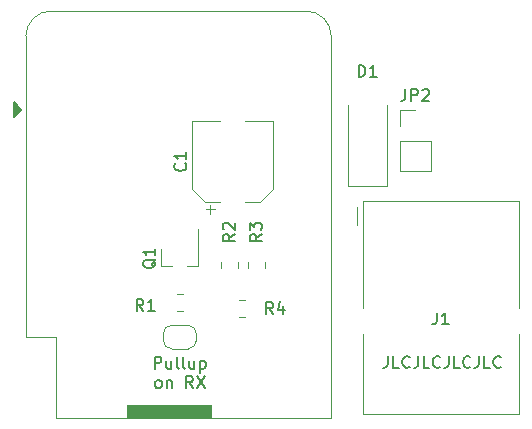
<source format=gbr>
%TF.GenerationSoftware,KiCad,Pcbnew,(5.1.9)-1*%
%TF.CreationDate,2021-10-26T11:54:14+02:00*%
%TF.ProjectId,DSMR-esp,44534d52-2d65-4737-902e-6b696361645f,rev?*%
%TF.SameCoordinates,Original*%
%TF.FileFunction,Legend,Top*%
%TF.FilePolarity,Positive*%
%FSLAX46Y46*%
G04 Gerber Fmt 4.6, Leading zero omitted, Abs format (unit mm)*
G04 Created by KiCad (PCBNEW (5.1.9)-1) date 2021-10-26 11:54:14*
%MOMM*%
%LPD*%
G01*
G04 APERTURE LIST*
%ADD10C,0.200000*%
%ADD11C,0.150000*%
%ADD12C,0.100000*%
%ADD13C,0.120000*%
G04 APERTURE END LIST*
D10*
X59642952Y-54570380D02*
X59642952Y-55284666D01*
X59595333Y-55427523D01*
X59500095Y-55522761D01*
X59357238Y-55570380D01*
X59262000Y-55570380D01*
X60595333Y-55570380D02*
X60119142Y-55570380D01*
X60119142Y-54570380D01*
X61500095Y-55475142D02*
X61452476Y-55522761D01*
X61309619Y-55570380D01*
X61214380Y-55570380D01*
X61071523Y-55522761D01*
X60976285Y-55427523D01*
X60928666Y-55332285D01*
X60881047Y-55141809D01*
X60881047Y-54998952D01*
X60928666Y-54808476D01*
X60976285Y-54713238D01*
X61071523Y-54618000D01*
X61214380Y-54570380D01*
X61309619Y-54570380D01*
X61452476Y-54618000D01*
X61500095Y-54665619D01*
X62214380Y-54570380D02*
X62214380Y-55284666D01*
X62166761Y-55427523D01*
X62071523Y-55522761D01*
X61928666Y-55570380D01*
X61833428Y-55570380D01*
X63166761Y-55570380D02*
X62690571Y-55570380D01*
X62690571Y-54570380D01*
X64071523Y-55475142D02*
X64023904Y-55522761D01*
X63881047Y-55570380D01*
X63785809Y-55570380D01*
X63642952Y-55522761D01*
X63547714Y-55427523D01*
X63500095Y-55332285D01*
X63452476Y-55141809D01*
X63452476Y-54998952D01*
X63500095Y-54808476D01*
X63547714Y-54713238D01*
X63642952Y-54618000D01*
X63785809Y-54570380D01*
X63881047Y-54570380D01*
X64023904Y-54618000D01*
X64071523Y-54665619D01*
X64785809Y-54570380D02*
X64785809Y-55284666D01*
X64738190Y-55427523D01*
X64642952Y-55522761D01*
X64500095Y-55570380D01*
X64404857Y-55570380D01*
X65738190Y-55570380D02*
X65262000Y-55570380D01*
X65262000Y-54570380D01*
X66642952Y-55475142D02*
X66595333Y-55522761D01*
X66452476Y-55570380D01*
X66357238Y-55570380D01*
X66214380Y-55522761D01*
X66119142Y-55427523D01*
X66071523Y-55332285D01*
X66023904Y-55141809D01*
X66023904Y-54998952D01*
X66071523Y-54808476D01*
X66119142Y-54713238D01*
X66214380Y-54618000D01*
X66357238Y-54570380D01*
X66452476Y-54570380D01*
X66595333Y-54618000D01*
X66642952Y-54665619D01*
X67357238Y-54570380D02*
X67357238Y-55284666D01*
X67309619Y-55427523D01*
X67214380Y-55522761D01*
X67071523Y-55570380D01*
X66976285Y-55570380D01*
X68309619Y-55570380D02*
X67833428Y-55570380D01*
X67833428Y-54570380D01*
X69214380Y-55475142D02*
X69166761Y-55522761D01*
X69023904Y-55570380D01*
X68928666Y-55570380D01*
X68785809Y-55522761D01*
X68690571Y-55427523D01*
X68642952Y-55332285D01*
X68595333Y-55141809D01*
X68595333Y-54998952D01*
X68642952Y-54808476D01*
X68690571Y-54713238D01*
X68785809Y-54618000D01*
X68928666Y-54570380D01*
X69023904Y-54570380D01*
X69166761Y-54618000D01*
X69214380Y-54665619D01*
D11*
X39894142Y-55634380D02*
X39894142Y-54634380D01*
X40275095Y-54634380D01*
X40370333Y-54682000D01*
X40417952Y-54729619D01*
X40465571Y-54824857D01*
X40465571Y-54967714D01*
X40417952Y-55062952D01*
X40370333Y-55110571D01*
X40275095Y-55158190D01*
X39894142Y-55158190D01*
X41322714Y-54967714D02*
X41322714Y-55634380D01*
X40894142Y-54967714D02*
X40894142Y-55491523D01*
X40941761Y-55586761D01*
X41037000Y-55634380D01*
X41179857Y-55634380D01*
X41275095Y-55586761D01*
X41322714Y-55539142D01*
X41941761Y-55634380D02*
X41846523Y-55586761D01*
X41798904Y-55491523D01*
X41798904Y-54634380D01*
X42465571Y-55634380D02*
X42370333Y-55586761D01*
X42322714Y-55491523D01*
X42322714Y-54634380D01*
X43275095Y-54967714D02*
X43275095Y-55634380D01*
X42846523Y-54967714D02*
X42846523Y-55491523D01*
X42894142Y-55586761D01*
X42989380Y-55634380D01*
X43132238Y-55634380D01*
X43227476Y-55586761D01*
X43275095Y-55539142D01*
X43751285Y-54967714D02*
X43751285Y-55967714D01*
X43751285Y-55015333D02*
X43846523Y-54967714D01*
X44037000Y-54967714D01*
X44132238Y-55015333D01*
X44179857Y-55062952D01*
X44227476Y-55158190D01*
X44227476Y-55443904D01*
X44179857Y-55539142D01*
X44132238Y-55586761D01*
X44037000Y-55634380D01*
X43846523Y-55634380D01*
X43751285Y-55586761D01*
X40156047Y-57284380D02*
X40060809Y-57236761D01*
X40013190Y-57189142D01*
X39965571Y-57093904D01*
X39965571Y-56808190D01*
X40013190Y-56712952D01*
X40060809Y-56665333D01*
X40156047Y-56617714D01*
X40298904Y-56617714D01*
X40394142Y-56665333D01*
X40441761Y-56712952D01*
X40489380Y-56808190D01*
X40489380Y-57093904D01*
X40441761Y-57189142D01*
X40394142Y-57236761D01*
X40298904Y-57284380D01*
X40156047Y-57284380D01*
X40917952Y-56617714D02*
X40917952Y-57284380D01*
X40917952Y-56712952D02*
X40965571Y-56665333D01*
X41060809Y-56617714D01*
X41203666Y-56617714D01*
X41298904Y-56665333D01*
X41346523Y-56760571D01*
X41346523Y-57284380D01*
X43156047Y-57284380D02*
X42822714Y-56808190D01*
X42584619Y-57284380D02*
X42584619Y-56284380D01*
X42965571Y-56284380D01*
X43060809Y-56332000D01*
X43108428Y-56379619D01*
X43156047Y-56474857D01*
X43156047Y-56617714D01*
X43108428Y-56712952D01*
X43060809Y-56760571D01*
X42965571Y-56808190D01*
X42584619Y-56808190D01*
X43489380Y-56284380D02*
X44156047Y-57284380D01*
X44156047Y-56284380D02*
X43489380Y-57284380D01*
D12*
G36*
X44704000Y-59817000D02*
G01*
X37592000Y-59817000D01*
X37592000Y-58674000D01*
X44704000Y-58674000D01*
X44704000Y-59817000D01*
G37*
X44704000Y-59817000D02*
X37592000Y-59817000D01*
X37592000Y-58674000D01*
X44704000Y-58674000D01*
X44704000Y-59817000D01*
D13*
%TO.C,JP2*%
X60646000Y-38922000D02*
X63306000Y-38922000D01*
X60646000Y-36322000D02*
X60646000Y-38922000D01*
X63306000Y-36322000D02*
X63306000Y-38922000D01*
X60646000Y-36322000D02*
X63306000Y-36322000D01*
X60646000Y-35052000D02*
X60646000Y-33722000D01*
X60646000Y-33722000D02*
X61976000Y-33722000D01*
%TO.C,Q1*%
X40457000Y-46988000D02*
X40457000Y-45528000D01*
X43617000Y-46988000D02*
X43617000Y-43828000D01*
X43617000Y-46988000D02*
X42687000Y-46988000D01*
X40457000Y-46988000D02*
X41387000Y-46988000D01*
%TO.C,D1*%
X56262000Y-40214000D02*
X56262000Y-33314000D01*
X59562000Y-40214000D02*
X59562000Y-33314000D01*
X56262000Y-40214000D02*
X59562000Y-40214000D01*
%TO.C,R4*%
X47568752Y-51256000D02*
X47046248Y-51256000D01*
X47568752Y-49836000D02*
X47046248Y-49836000D01*
%TO.C,C1*%
X49892000Y-34690000D02*
X47542000Y-34690000D01*
X43072000Y-34690000D02*
X45422000Y-34690000D01*
X43072000Y-40445563D02*
X43072000Y-34690000D01*
X49892000Y-40445563D02*
X49892000Y-34690000D01*
X48827563Y-41510000D02*
X47542000Y-41510000D01*
X44136437Y-41510000D02*
X45422000Y-41510000D01*
X44136437Y-41510000D02*
X43072000Y-40445563D01*
X48827563Y-41510000D02*
X49892000Y-40445563D01*
X44634500Y-42537500D02*
X44634500Y-41750000D01*
X44240750Y-42143750D02*
X45028250Y-42143750D01*
%TO.C,U1*%
X31541000Y-59822000D02*
X54861000Y-59822000D01*
X29001000Y-52922000D02*
X29001000Y-27492000D01*
X54861000Y-59822000D02*
X54861000Y-27492000D01*
X52741000Y-25362000D02*
X31131000Y-25362000D01*
D11*
G36*
X27961000Y-33067000D02*
G01*
X27961000Y-34337000D01*
X28596000Y-33702000D01*
X27961000Y-33067000D01*
G37*
X27961000Y-33067000D02*
X27961000Y-34337000D01*
X28596000Y-33702000D01*
X27961000Y-33067000D01*
D13*
X29001000Y-52922000D02*
X31541000Y-52922000D01*
X31541000Y-52922000D02*
X31541000Y-59822000D01*
X52731000Y-25362000D02*
G75*
G02*
X54861000Y-27492000I0J-2130000D01*
G01*
X29001000Y-27492000D02*
G75*
G02*
X31131000Y-25362000I2130000J0D01*
G01*
%TO.C,R3*%
X49224000Y-46601748D02*
X49224000Y-47124252D01*
X47804000Y-46601748D02*
X47804000Y-47124252D01*
%TO.C,R2*%
X46938000Y-46601748D02*
X46938000Y-47124252D01*
X45518000Y-46601748D02*
X45518000Y-47124252D01*
%TO.C,R1*%
X41775748Y-49328000D02*
X42298252Y-49328000D01*
X41775748Y-50748000D02*
X42298252Y-50748000D01*
%TO.C,JP1*%
X40637000Y-53259000D02*
X40637000Y-52659000D01*
X42737000Y-53959000D02*
X41337000Y-53959000D01*
X43437000Y-52659000D02*
X43437000Y-53259000D01*
X41337000Y-51959000D02*
X42737000Y-51959000D01*
X40637000Y-52659000D02*
G75*
G02*
X41337000Y-51959000I700000J0D01*
G01*
X41337000Y-53959000D02*
G75*
G02*
X40637000Y-53259000I0J700000D01*
G01*
X43437000Y-53259000D02*
G75*
G02*
X42737000Y-53959000I-700000J0D01*
G01*
X42737000Y-51959000D02*
G75*
G02*
X43437000Y-52659000I0J-700000D01*
G01*
%TO.C,J1*%
X57060000Y-43442000D02*
X57060000Y-41912000D01*
X57530000Y-50462000D02*
X57530000Y-41442000D01*
D12*
X57530000Y-50392000D02*
X57530000Y-50462000D01*
D13*
X57530000Y-59442000D02*
X57530000Y-52662000D01*
X70730000Y-59442000D02*
X57530000Y-59442000D01*
D12*
X70730000Y-59432000D02*
X70730000Y-59442000D01*
D13*
X70730000Y-59442000D02*
X70730000Y-52662000D01*
D12*
X70730000Y-59322000D02*
X70730000Y-59442000D01*
D13*
X70730000Y-41442000D02*
X70730000Y-50462000D01*
X57530000Y-41442000D02*
X70730000Y-41442000D01*
%TO.C,JP2*%
D11*
X61142666Y-31964380D02*
X61142666Y-32678666D01*
X61095047Y-32821523D01*
X60999809Y-32916761D01*
X60856952Y-32964380D01*
X60761714Y-32964380D01*
X61618857Y-32964380D02*
X61618857Y-31964380D01*
X61999809Y-31964380D01*
X62095047Y-32012000D01*
X62142666Y-32059619D01*
X62190285Y-32154857D01*
X62190285Y-32297714D01*
X62142666Y-32392952D01*
X62095047Y-32440571D01*
X61999809Y-32488190D01*
X61618857Y-32488190D01*
X62571238Y-32059619D02*
X62618857Y-32012000D01*
X62714095Y-31964380D01*
X62952190Y-31964380D01*
X63047428Y-32012000D01*
X63095047Y-32059619D01*
X63142666Y-32154857D01*
X63142666Y-32250095D01*
X63095047Y-32392952D01*
X62523619Y-32964380D01*
X63142666Y-32964380D01*
%TO.C,Q1*%
X40019219Y-46374038D02*
X39971600Y-46469276D01*
X39876361Y-46564514D01*
X39733504Y-46707371D01*
X39685885Y-46802609D01*
X39685885Y-46897847D01*
X39923980Y-46850228D02*
X39876361Y-46945466D01*
X39781123Y-47040704D01*
X39590647Y-47088323D01*
X39257314Y-47088323D01*
X39066838Y-47040704D01*
X38971600Y-46945466D01*
X38923980Y-46850228D01*
X38923980Y-46659752D01*
X38971600Y-46564514D01*
X39066838Y-46469276D01*
X39257314Y-46421657D01*
X39590647Y-46421657D01*
X39781123Y-46469276D01*
X39876361Y-46564514D01*
X39923980Y-46659752D01*
X39923980Y-46850228D01*
X39923980Y-45469276D02*
X39923980Y-46040704D01*
X39923980Y-45754990D02*
X38923980Y-45754990D01*
X39066838Y-45850228D01*
X39162076Y-45945466D01*
X39209695Y-46040704D01*
%TO.C,D1*%
X57173904Y-30932380D02*
X57173904Y-29932380D01*
X57412000Y-29932380D01*
X57554857Y-29980000D01*
X57650095Y-30075238D01*
X57697714Y-30170476D01*
X57745333Y-30360952D01*
X57745333Y-30503809D01*
X57697714Y-30694285D01*
X57650095Y-30789523D01*
X57554857Y-30884761D01*
X57412000Y-30932380D01*
X57173904Y-30932380D01*
X58697714Y-30932380D02*
X58126285Y-30932380D01*
X58412000Y-30932380D02*
X58412000Y-29932380D01*
X58316761Y-30075238D01*
X58221523Y-30170476D01*
X58126285Y-30218095D01*
%TO.C,R4*%
X49934833Y-50998380D02*
X49601500Y-50522190D01*
X49363404Y-50998380D02*
X49363404Y-49998380D01*
X49744357Y-49998380D01*
X49839595Y-50046000D01*
X49887214Y-50093619D01*
X49934833Y-50188857D01*
X49934833Y-50331714D01*
X49887214Y-50426952D01*
X49839595Y-50474571D01*
X49744357Y-50522190D01*
X49363404Y-50522190D01*
X50791976Y-50331714D02*
X50791976Y-50998380D01*
X50553880Y-49950761D02*
X50315785Y-50665047D01*
X50934833Y-50665047D01*
%TO.C,C1*%
X42489142Y-38266666D02*
X42536761Y-38314285D01*
X42584380Y-38457142D01*
X42584380Y-38552380D01*
X42536761Y-38695238D01*
X42441523Y-38790476D01*
X42346285Y-38838095D01*
X42155809Y-38885714D01*
X42012952Y-38885714D01*
X41822476Y-38838095D01*
X41727238Y-38790476D01*
X41632000Y-38695238D01*
X41584380Y-38552380D01*
X41584380Y-38457142D01*
X41632000Y-38314285D01*
X41679619Y-38266666D01*
X42584380Y-37314285D02*
X42584380Y-37885714D01*
X42584380Y-37600000D02*
X41584380Y-37600000D01*
X41727238Y-37695238D01*
X41822476Y-37790476D01*
X41870095Y-37885714D01*
%TO.C,R3*%
X48966380Y-44235666D02*
X48490190Y-44569000D01*
X48966380Y-44807095D02*
X47966380Y-44807095D01*
X47966380Y-44426142D01*
X48014000Y-44330904D01*
X48061619Y-44283285D01*
X48156857Y-44235666D01*
X48299714Y-44235666D01*
X48394952Y-44283285D01*
X48442571Y-44330904D01*
X48490190Y-44426142D01*
X48490190Y-44807095D01*
X47966380Y-43902333D02*
X47966380Y-43283285D01*
X48347333Y-43616619D01*
X48347333Y-43473761D01*
X48394952Y-43378523D01*
X48442571Y-43330904D01*
X48537809Y-43283285D01*
X48775904Y-43283285D01*
X48871142Y-43330904D01*
X48918761Y-43378523D01*
X48966380Y-43473761D01*
X48966380Y-43759476D01*
X48918761Y-43854714D01*
X48871142Y-43902333D01*
%TO.C,R2*%
X46680380Y-44235666D02*
X46204190Y-44569000D01*
X46680380Y-44807095D02*
X45680380Y-44807095D01*
X45680380Y-44426142D01*
X45728000Y-44330904D01*
X45775619Y-44283285D01*
X45870857Y-44235666D01*
X46013714Y-44235666D01*
X46108952Y-44283285D01*
X46156571Y-44330904D01*
X46204190Y-44426142D01*
X46204190Y-44807095D01*
X45775619Y-43854714D02*
X45728000Y-43807095D01*
X45680380Y-43711857D01*
X45680380Y-43473761D01*
X45728000Y-43378523D01*
X45775619Y-43330904D01*
X45870857Y-43283285D01*
X45966095Y-43283285D01*
X46108952Y-43330904D01*
X46680380Y-43902333D01*
X46680380Y-43283285D01*
%TO.C,R1*%
X38949333Y-50744380D02*
X38616000Y-50268190D01*
X38377904Y-50744380D02*
X38377904Y-49744380D01*
X38758857Y-49744380D01*
X38854095Y-49792000D01*
X38901714Y-49839619D01*
X38949333Y-49934857D01*
X38949333Y-50077714D01*
X38901714Y-50172952D01*
X38854095Y-50220571D01*
X38758857Y-50268190D01*
X38377904Y-50268190D01*
X39901714Y-50744380D02*
X39330285Y-50744380D01*
X39616000Y-50744380D02*
X39616000Y-49744380D01*
X39520761Y-49887238D01*
X39425523Y-49982476D01*
X39330285Y-50030095D01*
%TO.C,J1*%
X63801666Y-50887380D02*
X63801666Y-51601666D01*
X63754047Y-51744523D01*
X63658809Y-51839761D01*
X63515952Y-51887380D01*
X63420714Y-51887380D01*
X64801666Y-51887380D02*
X64230238Y-51887380D01*
X64515952Y-51887380D02*
X64515952Y-50887380D01*
X64420714Y-51030238D01*
X64325476Y-51125476D01*
X64230238Y-51173095D01*
%TD*%
M02*

</source>
